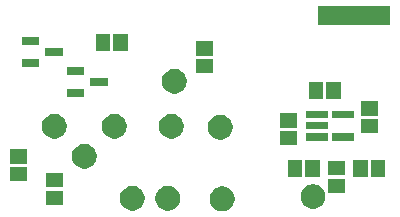
<source format=gbr>
G04 #@! TF.GenerationSoftware,KiCad,Pcbnew,5.1.5+dfsg1-2build2*
G04 #@! TF.CreationDate,2022-03-31T21:51:16+01:00*
G04 #@! TF.ProjectId,throwie,7468726f-7769-4652-9e6b-696361645f70,rev?*
G04 #@! TF.SameCoordinates,Original*
G04 #@! TF.FileFunction,Soldermask,Bot*
G04 #@! TF.FilePolarity,Negative*
%FSLAX46Y46*%
G04 Gerber Fmt 4.6, Leading zero omitted, Abs format (unit mm)*
G04 Created by KiCad (PCBNEW 5.1.5+dfsg1-2build2) date 2022-03-31 21:51:16*
%MOMM*%
%LPD*%
G04 APERTURE LIST*
%ADD10C,0.100000*%
G04 APERTURE END LIST*
D10*
G36*
X40168387Y-160073029D02*
G01*
X40359656Y-160152255D01*
X40359658Y-160152256D01*
X40531796Y-160267275D01*
X40678188Y-160413667D01*
X40787348Y-160577036D01*
X40793208Y-160585807D01*
X40872434Y-160777076D01*
X40912823Y-160980124D01*
X40912823Y-161187156D01*
X40872434Y-161390204D01*
X40793208Y-161581473D01*
X40793207Y-161581475D01*
X40678188Y-161753613D01*
X40531796Y-161900005D01*
X40359658Y-162015024D01*
X40359657Y-162015025D01*
X40359656Y-162015025D01*
X40168387Y-162094251D01*
X39965339Y-162134640D01*
X39758307Y-162134640D01*
X39555259Y-162094251D01*
X39363990Y-162015025D01*
X39363989Y-162015025D01*
X39363988Y-162015024D01*
X39191850Y-161900005D01*
X39045458Y-161753613D01*
X38930439Y-161581475D01*
X38930438Y-161581473D01*
X38851212Y-161390204D01*
X38810823Y-161187156D01*
X38810823Y-160980124D01*
X38851212Y-160777076D01*
X38930438Y-160585807D01*
X38936299Y-160577036D01*
X39045458Y-160413667D01*
X39191850Y-160267275D01*
X39363988Y-160152256D01*
X39363990Y-160152255D01*
X39555259Y-160073029D01*
X39758307Y-160032640D01*
X39965339Y-160032640D01*
X40168387Y-160073029D01*
G37*
G36*
X35564564Y-160025389D02*
G01*
X35755833Y-160104615D01*
X35755835Y-160104616D01*
X35927973Y-160219635D01*
X36074365Y-160366027D01*
X36087554Y-160385765D01*
X36189385Y-160538167D01*
X36268611Y-160729436D01*
X36309000Y-160932484D01*
X36309000Y-161139516D01*
X36268611Y-161342564D01*
X36189385Y-161533833D01*
X36189384Y-161533835D01*
X36074365Y-161705973D01*
X35927973Y-161852365D01*
X35755835Y-161967384D01*
X35755834Y-161967385D01*
X35755833Y-161967385D01*
X35564564Y-162046611D01*
X35361516Y-162087000D01*
X35154484Y-162087000D01*
X34951436Y-162046611D01*
X34760167Y-161967385D01*
X34760166Y-161967385D01*
X34760165Y-161967384D01*
X34588027Y-161852365D01*
X34441635Y-161705973D01*
X34326616Y-161533835D01*
X34326615Y-161533833D01*
X34247389Y-161342564D01*
X34207000Y-161139516D01*
X34207000Y-160932484D01*
X34247389Y-160729436D01*
X34326615Y-160538167D01*
X34428447Y-160385765D01*
X34441635Y-160366027D01*
X34588027Y-160219635D01*
X34760165Y-160104616D01*
X34760167Y-160104615D01*
X34951436Y-160025389D01*
X35154484Y-159985000D01*
X35361516Y-159985000D01*
X35564564Y-160025389D01*
G37*
G36*
X32564564Y-160025389D02*
G01*
X32755833Y-160104615D01*
X32755835Y-160104616D01*
X32927973Y-160219635D01*
X33074365Y-160366027D01*
X33087554Y-160385765D01*
X33189385Y-160538167D01*
X33268611Y-160729436D01*
X33309000Y-160932484D01*
X33309000Y-161139516D01*
X33268611Y-161342564D01*
X33189385Y-161533833D01*
X33189384Y-161533835D01*
X33074365Y-161705973D01*
X32927973Y-161852365D01*
X32755835Y-161967384D01*
X32755834Y-161967385D01*
X32755833Y-161967385D01*
X32564564Y-162046611D01*
X32361516Y-162087000D01*
X32154484Y-162087000D01*
X31951436Y-162046611D01*
X31760167Y-161967385D01*
X31760166Y-161967385D01*
X31760165Y-161967384D01*
X31588027Y-161852365D01*
X31441635Y-161705973D01*
X31326616Y-161533835D01*
X31326615Y-161533833D01*
X31247389Y-161342564D01*
X31207000Y-161139516D01*
X31207000Y-160932484D01*
X31247389Y-160729436D01*
X31326615Y-160538167D01*
X31428447Y-160385765D01*
X31441635Y-160366027D01*
X31588027Y-160219635D01*
X31760165Y-160104616D01*
X31760167Y-160104615D01*
X31951436Y-160025389D01*
X32154484Y-159985000D01*
X32361516Y-159985000D01*
X32564564Y-160025389D01*
G37*
G36*
X47850284Y-159872989D02*
G01*
X48041553Y-159952215D01*
X48041555Y-159952216D01*
X48161918Y-160032640D01*
X48213693Y-160067235D01*
X48360085Y-160213627D01*
X48475105Y-160385767D01*
X48554331Y-160577036D01*
X48581404Y-160713140D01*
X48586348Y-160729438D01*
X48588017Y-160746385D01*
X48594720Y-160780084D01*
X48594720Y-160987116D01*
X48554331Y-161190164D01*
X48475105Y-161381433D01*
X48475104Y-161381435D01*
X48360085Y-161553573D01*
X48213693Y-161699965D01*
X48041555Y-161814984D01*
X48041554Y-161814985D01*
X48041553Y-161814985D01*
X47850284Y-161894211D01*
X47647236Y-161934600D01*
X47440204Y-161934600D01*
X47237156Y-161894211D01*
X47045887Y-161814985D01*
X47045886Y-161814985D01*
X47045885Y-161814984D01*
X46873747Y-161699965D01*
X46727355Y-161553573D01*
X46612336Y-161381435D01*
X46612335Y-161381433D01*
X46533109Y-161190164D01*
X46492720Y-160987116D01*
X46492720Y-160780084D01*
X46533109Y-160577036D01*
X46612335Y-160385767D01*
X46727355Y-160213627D01*
X46873747Y-160067235D01*
X46925522Y-160032640D01*
X47045885Y-159952216D01*
X47045887Y-159952215D01*
X47237156Y-159872989D01*
X47440204Y-159832600D01*
X47647236Y-159832600D01*
X47850284Y-159872989D01*
G37*
G36*
X26355000Y-161613000D02*
G01*
X24953000Y-161613000D01*
X24953000Y-160411000D01*
X26355000Y-160411000D01*
X26355000Y-161613000D01*
G37*
G36*
X50231000Y-160597000D02*
G01*
X48829000Y-160597000D01*
X48829000Y-159395000D01*
X50231000Y-159395000D01*
X50231000Y-160597000D01*
G37*
G36*
X26355000Y-160113000D02*
G01*
X24953000Y-160113000D01*
X24953000Y-158911000D01*
X26355000Y-158911000D01*
X26355000Y-160113000D01*
G37*
G36*
X23307000Y-159605000D02*
G01*
X21905000Y-159605000D01*
X21905000Y-158403000D01*
X23307000Y-158403000D01*
X23307000Y-159605000D01*
G37*
G36*
X52163000Y-159197000D02*
G01*
X50961000Y-159197000D01*
X50961000Y-157795000D01*
X52163000Y-157795000D01*
X52163000Y-159197000D01*
G37*
G36*
X48099000Y-159197000D02*
G01*
X46897000Y-159197000D01*
X46897000Y-157795000D01*
X48099000Y-157795000D01*
X48099000Y-159197000D01*
G37*
G36*
X46599000Y-159197000D02*
G01*
X45397000Y-159197000D01*
X45397000Y-157795000D01*
X46599000Y-157795000D01*
X46599000Y-159197000D01*
G37*
G36*
X53663000Y-159197000D02*
G01*
X52461000Y-159197000D01*
X52461000Y-157795000D01*
X53663000Y-157795000D01*
X53663000Y-159197000D01*
G37*
G36*
X50231000Y-159097000D02*
G01*
X48829000Y-159097000D01*
X48829000Y-157895000D01*
X50231000Y-157895000D01*
X50231000Y-159097000D01*
G37*
G36*
X28500564Y-156469389D02*
G01*
X28691833Y-156548615D01*
X28691835Y-156548616D01*
X28863973Y-156663635D01*
X29010365Y-156810027D01*
X29072488Y-156903000D01*
X29125385Y-156982167D01*
X29204611Y-157173436D01*
X29245000Y-157376484D01*
X29245000Y-157583516D01*
X29204611Y-157786564D01*
X29159695Y-157895000D01*
X29125384Y-157977835D01*
X29010365Y-158149973D01*
X28863973Y-158296365D01*
X28691835Y-158411384D01*
X28691834Y-158411385D01*
X28691833Y-158411385D01*
X28500564Y-158490611D01*
X28297516Y-158531000D01*
X28090484Y-158531000D01*
X27887436Y-158490611D01*
X27696167Y-158411385D01*
X27696166Y-158411385D01*
X27696165Y-158411384D01*
X27524027Y-158296365D01*
X27377635Y-158149973D01*
X27262616Y-157977835D01*
X27228305Y-157895000D01*
X27183389Y-157786564D01*
X27143000Y-157583516D01*
X27143000Y-157376484D01*
X27183389Y-157173436D01*
X27262615Y-156982167D01*
X27315513Y-156903000D01*
X27377635Y-156810027D01*
X27524027Y-156663635D01*
X27696165Y-156548616D01*
X27696167Y-156548615D01*
X27887436Y-156469389D01*
X28090484Y-156429000D01*
X28297516Y-156429000D01*
X28500564Y-156469389D01*
G37*
G36*
X23307000Y-158105000D02*
G01*
X21905000Y-158105000D01*
X21905000Y-156903000D01*
X23307000Y-156903000D01*
X23307000Y-158105000D01*
G37*
G36*
X46167000Y-156557000D02*
G01*
X44765000Y-156557000D01*
X44765000Y-155355000D01*
X46167000Y-155355000D01*
X46167000Y-156557000D01*
G37*
G36*
X51028120Y-156160160D02*
G01*
X49126120Y-156160160D01*
X49126120Y-155508160D01*
X51028120Y-155508160D01*
X51028120Y-156160160D01*
G37*
G36*
X48828120Y-156160160D02*
G01*
X46926120Y-156160160D01*
X46926120Y-155508160D01*
X48828120Y-155508160D01*
X48828120Y-156160160D01*
G37*
G36*
X40009651Y-154008476D02*
G01*
X40200920Y-154087702D01*
X40200922Y-154087703D01*
X40254698Y-154123635D01*
X40373060Y-154202722D01*
X40519452Y-154349114D01*
X40634472Y-154521254D01*
X40713698Y-154712523D01*
X40754087Y-154915571D01*
X40754087Y-155122603D01*
X40713698Y-155325651D01*
X40634472Y-155516920D01*
X40634471Y-155516922D01*
X40519452Y-155689060D01*
X40373060Y-155835452D01*
X40200922Y-155950471D01*
X40200921Y-155950472D01*
X40200920Y-155950472D01*
X40009651Y-156029698D01*
X39806603Y-156070087D01*
X39599571Y-156070087D01*
X39396523Y-156029698D01*
X39205254Y-155950472D01*
X39205253Y-155950472D01*
X39205252Y-155950471D01*
X39033114Y-155835452D01*
X38886722Y-155689060D01*
X38771703Y-155516922D01*
X38771702Y-155516920D01*
X38692476Y-155325651D01*
X38652087Y-155122603D01*
X38652087Y-154915571D01*
X38692476Y-154712523D01*
X38771702Y-154521254D01*
X38886722Y-154349114D01*
X39033114Y-154202722D01*
X39151476Y-154123635D01*
X39205252Y-154087703D01*
X39205254Y-154087702D01*
X39396523Y-154008476D01*
X39599571Y-153968087D01*
X39806603Y-153968087D01*
X40009651Y-154008476D01*
G37*
G36*
X25960564Y-153929389D02*
G01*
X26151833Y-154008615D01*
X26151835Y-154008616D01*
X26200301Y-154041000D01*
X26323973Y-154123635D01*
X26470365Y-154270027D01*
X26585385Y-154442167D01*
X26664611Y-154633436D01*
X26705000Y-154836484D01*
X26705000Y-155043516D01*
X26664611Y-155246564D01*
X26619695Y-155355000D01*
X26585384Y-155437835D01*
X26470365Y-155609973D01*
X26323973Y-155756365D01*
X26151835Y-155871384D01*
X26151834Y-155871385D01*
X26151833Y-155871385D01*
X25960564Y-155950611D01*
X25757516Y-155991000D01*
X25550484Y-155991000D01*
X25347436Y-155950611D01*
X25156167Y-155871385D01*
X25156166Y-155871385D01*
X25156165Y-155871384D01*
X24984027Y-155756365D01*
X24837635Y-155609973D01*
X24722616Y-155437835D01*
X24688305Y-155355000D01*
X24643389Y-155246564D01*
X24603000Y-155043516D01*
X24603000Y-154836484D01*
X24643389Y-154633436D01*
X24722615Y-154442167D01*
X24837635Y-154270027D01*
X24984027Y-154123635D01*
X25107699Y-154041000D01*
X25156165Y-154008616D01*
X25156167Y-154008615D01*
X25347436Y-153929389D01*
X25550484Y-153889000D01*
X25757516Y-153889000D01*
X25960564Y-153929389D01*
G37*
G36*
X35866564Y-153929389D02*
G01*
X36057833Y-154008615D01*
X36057835Y-154008616D01*
X36106301Y-154041000D01*
X36229973Y-154123635D01*
X36376365Y-154270027D01*
X36491385Y-154442167D01*
X36570611Y-154633436D01*
X36611000Y-154836484D01*
X36611000Y-155043516D01*
X36570611Y-155246564D01*
X36525695Y-155355000D01*
X36491384Y-155437835D01*
X36376365Y-155609973D01*
X36229973Y-155756365D01*
X36057835Y-155871384D01*
X36057834Y-155871385D01*
X36057833Y-155871385D01*
X35866564Y-155950611D01*
X35663516Y-155991000D01*
X35456484Y-155991000D01*
X35253436Y-155950611D01*
X35062167Y-155871385D01*
X35062166Y-155871385D01*
X35062165Y-155871384D01*
X34890027Y-155756365D01*
X34743635Y-155609973D01*
X34628616Y-155437835D01*
X34594305Y-155355000D01*
X34549389Y-155246564D01*
X34509000Y-155043516D01*
X34509000Y-154836484D01*
X34549389Y-154633436D01*
X34628615Y-154442167D01*
X34743635Y-154270027D01*
X34890027Y-154123635D01*
X35013699Y-154041000D01*
X35062165Y-154008616D01*
X35062167Y-154008615D01*
X35253436Y-153929389D01*
X35456484Y-153889000D01*
X35663516Y-153889000D01*
X35866564Y-153929389D01*
G37*
G36*
X31040564Y-153929389D02*
G01*
X31231833Y-154008615D01*
X31231835Y-154008616D01*
X31280301Y-154041000D01*
X31403973Y-154123635D01*
X31550365Y-154270027D01*
X31665385Y-154442167D01*
X31744611Y-154633436D01*
X31785000Y-154836484D01*
X31785000Y-155043516D01*
X31744611Y-155246564D01*
X31699695Y-155355000D01*
X31665384Y-155437835D01*
X31550365Y-155609973D01*
X31403973Y-155756365D01*
X31231835Y-155871384D01*
X31231834Y-155871385D01*
X31231833Y-155871385D01*
X31040564Y-155950611D01*
X30837516Y-155991000D01*
X30630484Y-155991000D01*
X30427436Y-155950611D01*
X30236167Y-155871385D01*
X30236166Y-155871385D01*
X30236165Y-155871384D01*
X30064027Y-155756365D01*
X29917635Y-155609973D01*
X29802616Y-155437835D01*
X29768305Y-155355000D01*
X29723389Y-155246564D01*
X29683000Y-155043516D01*
X29683000Y-154836484D01*
X29723389Y-154633436D01*
X29802615Y-154442167D01*
X29917635Y-154270027D01*
X30064027Y-154123635D01*
X30187699Y-154041000D01*
X30236165Y-154008616D01*
X30236167Y-154008615D01*
X30427436Y-153929389D01*
X30630484Y-153889000D01*
X30837516Y-153889000D01*
X31040564Y-153929389D01*
G37*
G36*
X53025000Y-155541000D02*
G01*
X51623000Y-155541000D01*
X51623000Y-154339000D01*
X53025000Y-154339000D01*
X53025000Y-155541000D01*
G37*
G36*
X48828120Y-155210160D02*
G01*
X46926120Y-155210160D01*
X46926120Y-154558160D01*
X48828120Y-154558160D01*
X48828120Y-155210160D01*
G37*
G36*
X46167000Y-155057000D02*
G01*
X44765000Y-155057000D01*
X44765000Y-153855000D01*
X46167000Y-153855000D01*
X46167000Y-155057000D01*
G37*
G36*
X51028120Y-154260160D02*
G01*
X49126120Y-154260160D01*
X49126120Y-153608160D01*
X51028120Y-153608160D01*
X51028120Y-154260160D01*
G37*
G36*
X48828120Y-154260160D02*
G01*
X46926120Y-154260160D01*
X46926120Y-153608160D01*
X48828120Y-153608160D01*
X48828120Y-154260160D01*
G37*
G36*
X53025000Y-154041000D02*
G01*
X51623000Y-154041000D01*
X51623000Y-152839000D01*
X53025000Y-152839000D01*
X53025000Y-154041000D01*
G37*
G36*
X49877000Y-152593000D02*
G01*
X48675000Y-152593000D01*
X48675000Y-151191000D01*
X49877000Y-151191000D01*
X49877000Y-152593000D01*
G37*
G36*
X48377000Y-152593000D02*
G01*
X47175000Y-152593000D01*
X47175000Y-151191000D01*
X48377000Y-151191000D01*
X48377000Y-152593000D01*
G37*
G36*
X28183000Y-152497000D02*
G01*
X26681000Y-152497000D01*
X26681000Y-151795000D01*
X28183000Y-151795000D01*
X28183000Y-152497000D01*
G37*
G36*
X36120564Y-150119389D02*
G01*
X36311833Y-150198615D01*
X36311835Y-150198616D01*
X36483973Y-150313635D01*
X36630365Y-150460027D01*
X36745385Y-150632167D01*
X36824611Y-150823436D01*
X36865000Y-151026484D01*
X36865000Y-151233516D01*
X36824611Y-151436564D01*
X36778867Y-151547000D01*
X36745384Y-151627835D01*
X36630365Y-151799973D01*
X36483973Y-151946365D01*
X36311835Y-152061384D01*
X36311834Y-152061385D01*
X36311833Y-152061385D01*
X36120564Y-152140611D01*
X35917516Y-152181000D01*
X35710484Y-152181000D01*
X35507436Y-152140611D01*
X35316167Y-152061385D01*
X35316166Y-152061385D01*
X35316165Y-152061384D01*
X35144027Y-151946365D01*
X34997635Y-151799973D01*
X34882616Y-151627835D01*
X34849133Y-151547000D01*
X34803389Y-151436564D01*
X34763000Y-151233516D01*
X34763000Y-151026484D01*
X34803389Y-150823436D01*
X34882615Y-150632167D01*
X34997635Y-150460027D01*
X35144027Y-150313635D01*
X35316165Y-150198616D01*
X35316167Y-150198615D01*
X35507436Y-150119389D01*
X35710484Y-150079000D01*
X35917516Y-150079000D01*
X36120564Y-150119389D01*
G37*
G36*
X30203000Y-151547000D02*
G01*
X28701000Y-151547000D01*
X28701000Y-150845000D01*
X30203000Y-150845000D01*
X30203000Y-151547000D01*
G37*
G36*
X28183000Y-150597000D02*
G01*
X26681000Y-150597000D01*
X26681000Y-149895000D01*
X28183000Y-149895000D01*
X28183000Y-150597000D01*
G37*
G36*
X39055000Y-150461000D02*
G01*
X37653000Y-150461000D01*
X37653000Y-149259000D01*
X39055000Y-149259000D01*
X39055000Y-150461000D01*
G37*
G36*
X24373000Y-149957000D02*
G01*
X22871000Y-149957000D01*
X22871000Y-149255000D01*
X24373000Y-149255000D01*
X24373000Y-149957000D01*
G37*
G36*
X26393000Y-149007000D02*
G01*
X24891000Y-149007000D01*
X24891000Y-148305000D01*
X26393000Y-148305000D01*
X26393000Y-149007000D01*
G37*
G36*
X39055000Y-148961000D02*
G01*
X37653000Y-148961000D01*
X37653000Y-147759000D01*
X39055000Y-147759000D01*
X39055000Y-148961000D01*
G37*
G36*
X31843000Y-148529000D02*
G01*
X30641000Y-148529000D01*
X30641000Y-147127000D01*
X31843000Y-147127000D01*
X31843000Y-148529000D01*
G37*
G36*
X30343000Y-148529000D02*
G01*
X29141000Y-148529000D01*
X29141000Y-147127000D01*
X30343000Y-147127000D01*
X30343000Y-148529000D01*
G37*
G36*
X24373000Y-148057000D02*
G01*
X22871000Y-148057000D01*
X22871000Y-147355000D01*
X24373000Y-147355000D01*
X24373000Y-148057000D01*
G37*
G36*
X54105000Y-146343000D02*
G01*
X48003000Y-146343000D01*
X48003000Y-144741000D01*
X54105000Y-144741000D01*
X54105000Y-146343000D01*
G37*
M02*

</source>
